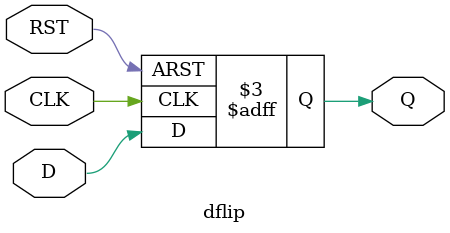
<source format=v>
module dflip (Q,D,CLK,RST);
output Q;
input D,CLK,RST;
reg Q;
always @(posedge CLK or negedge RST)
if (~RST) Q <= 1'b0; // Same as: if (RST = 0)
else Q <= D;
endmodule 
</source>
